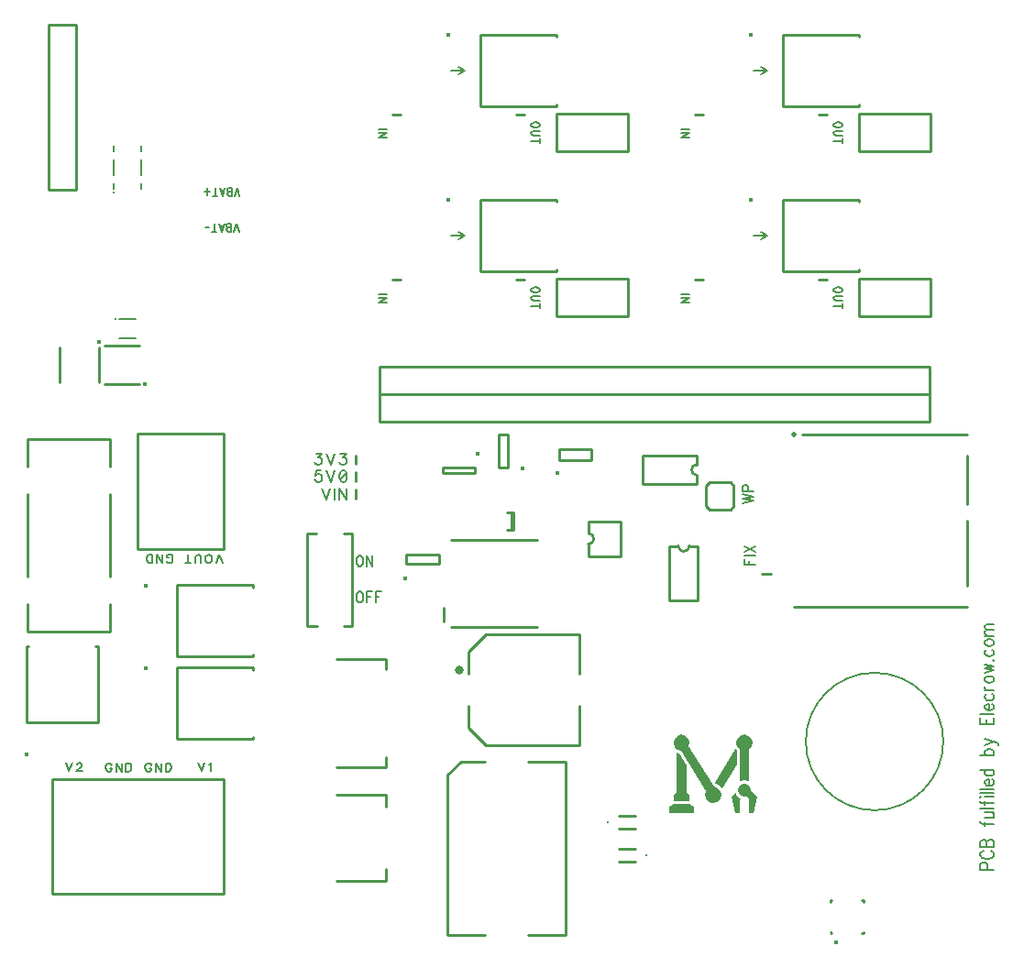
<source format=gto>
G04 DipTrace 3.0.0.1*
G04 panel.GTO*
%MOIN*%
G04 #@! TF.FileFunction,Legend,Top*
G04 #@! TF.Part,Single*
%ADD10C,0.009843*%
%ADD14C,0.008*%
%ADD16C,0.01*%
%ADD27C,0.031465*%
%ADD31C,0.009433*%
%ADD45C,0.015408*%
%ADD48C,0.015404*%
%ADD50C,0.01541*%
%ADD54C,0.015754*%
%ADD59C,0.015401*%
%ADD62C,0.015395*%
%ADD65C,0.015754*%
%ADD69C,0.01963*%
%ADD72C,0.015401*%
%ADD75C,0.007873*%
%ADD77C,0.007872*%
%ADD172C,0.006*%
%FSLAX26Y26*%
G04*
G70*
G90*
G75*
G01*
G04 TopSilk*
%LPD*%
X3323228Y1198130D2*
D14*
G02X3323228Y1198130I250000J0D01*
G01*
X2500994Y1588386D2*
D10*
Y1444672D1*
Y1588386D2*
X2160411D1*
X2500994Y1326587D2*
Y1182874D1*
X2160411D1*
X2095463Y1523423D2*
Y1444672D1*
Y1326587D2*
Y1247837D1*
Y1523423D2*
X2160411Y1588386D1*
X2095463Y1247837D2*
X2160411Y1182874D1*
D27*
X2062031Y1456493D3*
X2008244Y1686096D2*
D10*
Y1634954D1*
X2253692Y2029596D2*
Y1966667D1*
X2261140Y2029596D2*
Y1966667D1*
Y2029596D2*
X2237581D1*
X2261140Y1966667D2*
X2237581D1*
X1687550Y2144883D2*
Y2176379D1*
Y2207383D2*
Y2238879D1*
X2641727Y928002D2*
X2704718D1*
X2641727Y880759D2*
X2704718D1*
D31*
X2604719Y904381D3*
X2704729Y762009D2*
D10*
X2641738D1*
X2704729Y809251D2*
X2641738D1*
D31*
X2741737Y785630D3*
X3195369Y1808346D2*
D10*
X3163873D1*
X1687550Y2082383D2*
Y2113879D1*
X2918392Y2879394D2*
X2949888D1*
X3368392D2*
X3399888D1*
X1818392D2*
X1849888D1*
X2268392D2*
X2299888D1*
X2918392Y3479394D2*
X2949888D1*
X3368392D2*
X3399888D1*
X1818392D2*
X1849888D1*
X2268392D2*
X2299888D1*
X493759Y1699244D2*
Y1624204D1*
Y1599214D1*
X793709D1*
Y1674184D1*
Y1699244D2*
Y1674184D1*
Y1799204D2*
Y2099224D1*
X493759Y1799204D2*
Y2099224D1*
Y2199184D2*
Y2299214D1*
X793709D1*
Y2199184D1*
X1205530Y642954D2*
X581923D1*
Y1061722D1*
X1205530D1*
Y642954D1*
X893748Y2317972D2*
X1205530D1*
Y1899204D1*
X893748D1*
Y2317972D1*
X3777546Y2746076D2*
X3515735D1*
Y2879934D1*
X3777546D1*
Y2746076D1*
X2677546D2*
X2415735D1*
Y2879934D1*
X2677546D1*
Y2746076D1*
X3777546Y3346076D2*
X3515735D1*
Y3479934D1*
X3777546D1*
Y3346076D1*
X2677546D2*
X2415735D1*
Y3479934D1*
X2677546D1*
Y3346076D1*
X1772386Y2460632D2*
X3774071D1*
Y2360630D1*
X1772386D1*
Y2460632D1*
Y2560632D2*
X3774071D1*
Y2460630D1*
X1772386D1*
Y2560632D1*
X2960860Y2129333D2*
X2973360Y2141833D1*
X3048360D1*
X3060860Y2129333D1*
Y2054333D1*
X3048360Y2041833D2*
X3060860Y2054333D1*
X3048360Y2041833D2*
X2973360D1*
X2960860Y2054333D1*
Y2129333D1*
X2348182Y1930610D2*
X2033214D1*
X2348182Y1615650D2*
X2033214D1*
X1036766Y1466639D2*
Y1206797D1*
X1312355Y1466639D2*
X1036766D1*
X1312355D2*
Y1458774D1*
Y1206797D2*
X1036766D1*
X1312355D2*
Y1214662D1*
D45*
X921820Y1465706D3*
D48*
X2128992Y2245583D3*
X2119791Y2195441D2*
D10*
X2001686D1*
Y2175756D1*
X2119791D1*
Y2195441D1*
X1036766Y1766637D2*
Y1506795D1*
X1312355Y1766637D2*
X1036766D1*
X1312355D2*
Y1758772D1*
Y1506795D2*
X1036766D1*
X1312355D2*
Y1514660D1*
D45*
X921820Y1765704D3*
X488807Y1267244D2*
D10*
X748650D1*
X488807Y1542833D2*
Y1267244D1*
Y1542833D2*
X496673D1*
X748650D2*
Y1267244D1*
Y1542833D2*
X740784D1*
D50*
X489741Y1152298D3*
X3239673Y3167391D2*
D10*
Y2907549D1*
X3515262Y3167391D2*
X3239673D1*
X3515262D2*
Y3159526D1*
Y2907549D2*
X3239673D1*
X3515262D2*
Y2915414D1*
D45*
X3124727Y3166458D3*
X2139673Y3167391D2*
D10*
Y2907549D1*
X2415262Y3167391D2*
X2139673D1*
X2415262D2*
Y3159526D1*
Y2907549D2*
X2139673D1*
X2415262D2*
Y2915414D1*
D45*
X2024727Y3166458D3*
X3239673Y3767391D2*
D10*
Y3507549D1*
X3515262Y3767391D2*
X3239673D1*
X3515262D2*
Y3759526D1*
Y3507549D2*
X3239673D1*
X3515262D2*
Y3515414D1*
D45*
X3124727Y3766458D3*
X2139673Y3767391D2*
D10*
Y3507549D1*
X2415262Y3767391D2*
X2139673D1*
X2415262D2*
Y3759526D1*
Y3507549D2*
X2139673D1*
X2415262D2*
Y3515414D1*
D45*
X2024727Y3766458D3*
X752478Y2630462D2*
D10*
Y2504465D1*
X610741Y2630462D2*
Y2504465D1*
D54*
X752471Y2650138D3*
X900857Y2496592D2*
D10*
X774860D1*
X900857Y2638329D2*
X774860D1*
D54*
X920533Y2496600D3*
G36*
X2825850Y936230D2*
Y960230D1*
X2842850Y970230D1*
X2899850D1*
X2916850Y960230D1*
Y936230D1*
D1*
X2825850D1*
G37*
G36*
X2842850Y982230D2*
Y1004230D1*
X2853850Y1011230D1*
Y1157230D1*
X2861850Y1155230D1*
X2888850Y1112230D1*
Y1011230D1*
X2899850Y1004230D1*
Y982230D1*
X2842850D1*
G37*
G36*
X2868850Y1164230D2*
X2856850Y1168230D1*
X2845850Y1178230D1*
X2841850Y1193230D1*
X2845850Y1208230D1*
X2856850Y1219230D1*
X2870850Y1223230D1*
X2885850Y1219230D1*
X2896850Y1208230D1*
X2900850Y1193230D1*
X2897850Y1182230D1*
X2988850Y1034230D1*
X3000850Y1030230D1*
X3011850Y1019230D1*
X3015850Y1004230D1*
X3011850Y990230D1*
X3000850Y979230D1*
X2985850Y975230D1*
X2970850Y979230D1*
X2959850Y990230D1*
X2955850Y1005230D1*
X2958850Y1017230D1*
X2868850Y1164230D1*
G37*
G36*
X2991850Y1049230D2*
X2994850Y1044230D1*
X3007850Y1040230D1*
X3018850Y1027230D1*
X3071850Y1115230D1*
Y1166230D1*
X3065850Y1171230D1*
D1*
X2991850Y1049230D1*
G37*
G36*
X3082850Y1170230D2*
X3074850Y1178230D1*
X3069850Y1193230D1*
X3073850Y1208230D1*
X3084850Y1219230D1*
X3099850Y1223230D1*
X3114850Y1219230D1*
X3125850Y1208230D1*
X3129850Y1193230D1*
X3125850Y1179230D1*
X3116850Y1170230D1*
Y1053230D1*
X3099850Y1058230D1*
X3082850Y1053230D1*
Y1170230D1*
G37*
G36*
X3068850Y1010230D2*
X3069850Y1005230D1*
X3081850Y992230D1*
X3085850Y991230D1*
X3082850Y988230D1*
Y939230D1*
X3065850Y936230D1*
X3053850Y996230D1*
X3068850Y1010230D1*
G37*
G36*
X3079850Y1034230D2*
X3076850Y1022230D1*
X3079850Y1010230D1*
X3088850Y1001230D1*
X3099850Y998230D1*
X3105850Y1000230D1*
X3117850Y987230D1*
X3116850Y939230D1*
X3134850Y936230D1*
X3145850Y996230D1*
X3122850Y1019230D1*
X3123850Y1023230D1*
X3120850Y1033230D1*
X3111850Y1042230D1*
X3099850Y1045230D1*
X3087850Y1042230D1*
X3079850Y1034230D1*
G37*
D59*
X1865169Y1790851D3*
X1870431Y1844917D2*
D10*
X1988539D1*
X1870431Y1876407D2*
X1988539D1*
Y1844917D2*
Y1876407D1*
X1870431Y1844917D2*
Y1876407D1*
X2828339Y1909057D2*
Y1712203D1*
X2930716Y1909057D2*
Y1712203D1*
X2828339D2*
X2930716D1*
X2859833Y1909057D2*
X2828339D1*
X2899222D2*
X2930716D1*
X2859833D2*
G03X2899222Y1909057I19694J9D01*
G01*
D62*
X2293035Y2190039D3*
X2238969Y2195301D2*
D10*
Y2313409D1*
X2207479Y2195301D2*
Y2313409D1*
X2238969D2*
X2207479D1*
X2238969Y2195301D2*
X2207479D1*
X2927905Y2236818D2*
X2731051D1*
X2927905Y2134442D2*
X2731051D1*
Y2236818D2*
Y2134442D1*
X2927905Y2205324D2*
Y2236818D1*
Y2165935D2*
Y2134442D1*
Y2205324D2*
G03X2927905Y2165935I9J-19694D01*
G01*
X3418113Y501567D2*
X3414179Y505518D1*
X3532293Y501620D2*
X3528343D1*
X3532278Y501567D2*
Y505518D1*
X3532293Y619683D2*
X3528343D1*
X3532293D2*
X3532278Y615750D1*
X3414164Y619683D2*
X3418113D1*
X3414164D2*
X3414179Y615750D1*
D65*
X3433859Y466143D3*
X3309143Y2316057D2*
D10*
X3909521D1*
X3279663Y1686146D2*
X3909521D1*
Y2237302D2*
Y2060152D1*
Y2001101D2*
Y1764901D1*
D69*
X3279627Y2316057D3*
X2450364Y1125412D2*
D10*
Y495491D1*
X2021180D2*
X2157035D1*
X2314509D2*
X2450364D1*
X2021180Y1076215D2*
Y495491D1*
X2314509Y1125412D2*
X2450364D1*
X2157035D2*
X2068471D1*
X2021180Y1076215D2*
X2068471Y1125412D1*
X2532923Y1872646D2*
X2651033D1*
X2532923Y1998614D2*
X2651033D1*
Y1872646D2*
Y1998614D1*
X2532923Y1872646D2*
Y1915942D1*
Y1955318D2*
Y1998614D1*
Y1915942D2*
G03X2532923Y1955318I13J19688D01*
G01*
D72*
X2421413Y2176005D3*
X2426676Y2222202D2*
D10*
X2544783D1*
Y2261565D1*
X2426676D1*
Y2222202D1*
X805420Y3345268D2*
D14*
Y3364959D1*
X907785D2*
Y3345268D1*
X805420Y3207466D2*
Y3227157D1*
D75*
X805433Y3195665D3*
X907785Y3313765D2*
D14*
Y3258660D1*
X805420D2*
Y3313765D1*
X907785Y3227157D2*
Y3207466D1*
X825109Y2734148D2*
X888102D1*
X825109Y2663280D2*
X888102D1*
D77*
X813301Y2734144D3*
X1616978Y1498130D2*
D16*
X1798228D1*
Y1460630D2*
Y1498130D1*
X1616978Y1104381D2*
X1798228D1*
Y1141881D1*
Y960630D2*
Y1004379D1*
X1616978D1*
Y691881D2*
X1798228D1*
Y735630D1*
X1541978Y1954379D2*
X1510728D1*
Y1616879D1*
X1548228D1*
X1641979D2*
X1673228D1*
Y1954379D1*
X1641979D1*
X3134140Y3037465D2*
D14*
X3184140D1*
X3159140Y3024965D1*
X3184140Y3037465D2*
X3159140Y3049965D1*
X2034140Y3037465D2*
X2084140D1*
X2059140Y3024965D1*
X2084140Y3037465D2*
X2059140Y3049965D1*
X3134140Y3637465D2*
X3184140D1*
X3159140Y3624965D1*
X3184140Y3637465D2*
X3159140Y3649965D1*
X2034140Y3637465D2*
X2084140D1*
X2059140Y3624965D1*
X2084140Y3637465D2*
X2059140Y3649965D1*
X569109Y3804963D2*
D16*
X669110D1*
Y3204963D1*
X569109D1*
Y3804963D1*
X3092366Y2065995D2*
D14*
X3132558Y2073671D1*
X3092366Y2081311D1*
X3132558Y2088952D1*
X3092366Y2096627D1*
X3113413Y2109427D2*
Y2123223D1*
X3111512Y2127786D1*
X3109566Y2129342D1*
X3105764Y2130863D1*
X3100016D1*
X3096213Y2129342D1*
X3094268Y2127786D1*
X3092366Y2123223D1*
Y2109427D1*
X3132558D1*
X3984002Y732294D2*
Y749538D1*
X3981625Y755242D1*
X3979193Y757187D1*
X3974440Y759089D1*
X3967255D1*
X3962502Y757187D1*
X3960070Y755242D1*
X3957693Y749538D1*
Y732294D1*
X4007933D1*
X3969632Y800585D2*
X3964878Y798683D1*
X3960070Y794837D1*
X3957693Y791034D1*
Y783385D1*
X3960070Y779538D1*
X3964878Y775735D1*
X3969632Y773790D1*
X3976817Y771889D1*
X3988810D1*
X3995940Y773790D1*
X4000748Y775735D1*
X4005502Y779538D1*
X4007933Y783385D1*
Y791034D1*
X4005502Y794837D1*
X4000748Y798683D1*
X3995940Y800585D1*
X3957693Y813385D2*
X4007933D1*
Y830629D1*
X4005502Y836377D1*
X4003125Y838278D1*
X3998372Y840179D1*
X3991187D1*
X3986378Y838278D1*
X3984002Y836377D1*
X3981625Y830629D1*
X3979193Y836377D1*
X3976817Y838278D1*
X3972063Y840179D1*
X3967255D1*
X3962502Y838278D1*
X3960070Y836377D1*
X3957693Y830629D1*
Y813385D1*
X3981625D2*
Y830629D1*
X3957693Y907607D2*
Y903805D1*
X3960070Y899958D1*
X3967255Y898057D1*
X4007933D1*
X3974440Y892309D2*
Y905706D1*
Y920407D2*
X3998372D1*
X4005502Y922309D1*
X4007933Y926155D1*
Y931903D1*
X4005502Y935706D1*
X3998372Y941454D1*
X3974440D2*
X4007933D1*
X3957693Y954254D2*
X4007933D1*
X3957693Y982352D2*
Y978550D1*
X3960070Y974703D1*
X3967255Y972802D1*
X4007933D1*
X3974440Y967054D2*
Y980451D1*
X3957693Y995152D2*
X3960070Y997054D1*
X3957693Y998999D1*
X3955262Y997054D1*
X3957693Y995152D1*
X3974440Y997054D2*
X4007933D1*
X3957693Y1011799D2*
X4007933D1*
X3957693Y1024599D2*
X4007933D1*
X3988810Y1037399D2*
Y1060347D1*
X3984002D1*
X3979193Y1058446D1*
X3976817Y1056545D1*
X3974440Y1052698D1*
Y1046950D1*
X3976817Y1043147D1*
X3981625Y1039301D1*
X3988810Y1037399D1*
X3993563D1*
X4000748Y1039301D1*
X4005502Y1043147D1*
X4007933Y1046950D1*
Y1052698D1*
X4005502Y1056545D1*
X4000748Y1060347D1*
X3957693Y1096095D2*
X4007933D1*
X3981625D2*
X3976817Y1092293D1*
X3974440Y1088446D1*
Y1082698D1*
X3976817Y1078895D1*
X3981625Y1075048D1*
X3988810Y1073147D1*
X3993563D1*
X4000748Y1075048D1*
X4005502Y1078895D1*
X4007933Y1082698D1*
Y1088446D1*
X4005502Y1092293D1*
X4000748Y1096095D1*
X3957693Y1148224D2*
X4007933D1*
X3981625D2*
X3976817Y1152071D1*
X3974440Y1155874D1*
Y1161622D1*
X3976817Y1165424D1*
X3981625Y1169271D1*
X3988810Y1171172D1*
X3993563D1*
X4000748Y1169271D1*
X4005502Y1165424D1*
X4007933Y1161622D1*
Y1155874D1*
X4005502Y1152071D1*
X4000748Y1148224D1*
X3974440Y1185918D2*
X4007933Y1197370D1*
X4017495Y1193567D1*
X4022303Y1189720D1*
X4024680Y1185918D1*
Y1183972D1*
X3974440Y1208866D2*
X4007933Y1197370D1*
X3957693Y1285844D2*
Y1260995D1*
X4007933D1*
Y1285844D1*
X3981625Y1260995D2*
Y1276294D1*
X3957693Y1298644D2*
X4007933D1*
X3988810Y1311444D2*
Y1334392D1*
X3984002D1*
X3979193Y1332491D1*
X3976817Y1330590D1*
X3974440Y1326743D1*
Y1320995D1*
X3976817Y1317192D1*
X3981625Y1313346D1*
X3988810Y1311444D1*
X3993563D1*
X4000748Y1313346D1*
X4005502Y1317192D1*
X4007933Y1320995D1*
Y1326743D1*
X4005502Y1330590D1*
X4000748Y1334392D1*
X3981625Y1370184D2*
X3976817Y1366338D1*
X3974440Y1362491D1*
Y1356787D1*
X3976817Y1352940D1*
X3981625Y1349138D1*
X3988810Y1347192D1*
X3993563D1*
X4000748Y1349138D1*
X4005502Y1352940D1*
X4007933Y1356787D1*
Y1362491D1*
X4005502Y1366338D1*
X4000748Y1370184D1*
X3974440Y1382984D2*
X4007933D1*
X3988810D2*
X3981625Y1384930D1*
X3976817Y1388732D1*
X3974440Y1392579D1*
Y1398327D1*
Y1420678D2*
X3976817Y1416875D1*
X3981625Y1413028D1*
X3988810Y1411127D1*
X3993563D1*
X4000748Y1413028D1*
X4005502Y1416875D1*
X4007933Y1420678D1*
Y1426426D1*
X4005502Y1430273D1*
X4000748Y1434075D1*
X3993563Y1436021D1*
X3988810D1*
X3981625Y1434075D1*
X3976817Y1430273D1*
X3974440Y1426426D1*
Y1420678D1*
Y1448821D2*
X4007933Y1456470D1*
X3974440Y1464119D1*
X4007933Y1471768D1*
X3974440Y1479418D1*
X4003125Y1494119D2*
X4005557Y1492218D1*
X4007933Y1494119D1*
X4005557Y1496065D1*
X4003125Y1494119D1*
X3981625Y1531857D2*
X3976817Y1528010D1*
X3974440Y1524163D1*
Y1518459D1*
X3976817Y1514613D1*
X3981625Y1510810D1*
X3988810Y1508865D1*
X3993563D1*
X4000748Y1510810D1*
X4005502Y1514613D1*
X4007933Y1518459D1*
Y1524163D1*
X4005502Y1528010D1*
X4000748Y1531857D1*
X3974440Y1554207D2*
X3976817Y1550405D1*
X3981625Y1546558D1*
X3988810Y1544657D1*
X3993563D1*
X4000748Y1546558D1*
X4005502Y1550405D1*
X4007933Y1554207D1*
Y1559955D1*
X4005502Y1563802D1*
X4000748Y1567605D1*
X3993563Y1569550D1*
X3988810D1*
X3981625Y1567605D1*
X3976817Y1563802D1*
X3974440Y1559955D1*
Y1554207D1*
Y1582350D2*
X4007933D1*
X3984002D2*
X3976817Y1588098D1*
X3974440Y1591945D1*
Y1597649D1*
X3976817Y1601495D1*
X3984002Y1603397D1*
X4007933D1*
X3984002D2*
X3976817Y1609145D1*
X3974440Y1612991D1*
Y1618695D1*
X3976817Y1622542D1*
X3984002Y1624488D1*
X4007933D1*
X1541855Y2245327D2*
X1562857D1*
X1551405Y2230028D1*
X1557153D1*
X1560956Y2228127D1*
X1562857Y2226226D1*
X1564803Y2220478D1*
Y2216675D1*
X1562857Y2210927D1*
X1559055Y2207081D1*
X1553306Y2205179D1*
X1547558D1*
X1541855Y2207081D1*
X1539953Y2209026D1*
X1538008Y2212829D1*
X1580803Y2245371D2*
X1596101Y2205179D1*
X1611400Y2245371D1*
X1631247Y2245327D2*
X1652249D1*
X1640797Y2230028D1*
X1646545D1*
X1650348Y2228127D1*
X1652249Y2226226D1*
X1654194Y2220478D1*
Y2216675D1*
X1652249Y2210927D1*
X1648446Y2207081D1*
X1642698Y2205179D1*
X1636950D1*
X1631247Y2207081D1*
X1629345Y2209026D1*
X1627400Y2212829D1*
X1560956Y2182827D2*
X1541855D1*
X1539953Y2165627D1*
X1541855Y2167528D1*
X1547603Y2169474D1*
X1553306D1*
X1559055Y2167528D1*
X1562901Y2163726D1*
X1564803Y2157978D1*
Y2154175D1*
X1562901Y2148427D1*
X1559055Y2144581D1*
X1553306Y2142679D1*
X1547603D1*
X1541855Y2144581D1*
X1539953Y2146526D1*
X1538008Y2150329D1*
X1580803Y2182871D2*
X1596101Y2142679D1*
X1611400Y2182871D1*
X1638896Y2182827D2*
X1633148Y2180926D1*
X1629301Y2175178D1*
X1627400Y2165627D1*
Y2159879D1*
X1629301Y2150329D1*
X1633148Y2144581D1*
X1638896Y2142679D1*
X1642698D1*
X1648446Y2144581D1*
X1652249Y2150329D1*
X1654194Y2159879D1*
Y2165627D1*
X1652249Y2175178D1*
X1648446Y2180926D1*
X1642698Y2182827D1*
X1638896D1*
X1652249Y2175178D2*
X1629301Y2150329D1*
X1564008Y2118371D2*
X1579306Y2078179D1*
X1594605Y2118371D1*
X1610605D2*
Y2078179D1*
X1653400Y2118371D2*
Y2078179D1*
X1626605Y2118371D1*
Y2078179D1*
X1698205Y1874621D2*
X1695127Y1872719D1*
X1692085Y1868873D1*
X1690529Y1865070D1*
X1689008Y1859322D1*
Y1849727D1*
X1690529Y1844023D1*
X1692085Y1840177D1*
X1695127Y1836374D1*
X1698205Y1834429D1*
X1704324D1*
X1707366Y1836374D1*
X1710444Y1840177D1*
X1711965Y1844023D1*
X1713486Y1849727D1*
Y1859322D1*
X1711965Y1865070D1*
X1710444Y1868873D1*
X1707366Y1872719D1*
X1704324Y1874621D1*
X1698205D1*
X1747721D2*
Y1834429D1*
X1726286Y1874621D1*
Y1834429D1*
X1698205Y1743371D2*
X1695127Y1741470D1*
X1692085Y1737623D1*
X1690529Y1733821D1*
X1689008Y1728073D1*
Y1718478D1*
X1690529Y1712774D1*
X1692085Y1708927D1*
X1695127Y1705125D1*
X1698205Y1703179D1*
X1704324D1*
X1707366Y1705125D1*
X1710444Y1708927D1*
X1711965Y1712774D1*
X1713486Y1718478D1*
Y1728073D1*
X1711965Y1733821D1*
X1710444Y1737623D1*
X1707366Y1741470D1*
X1704324Y1743371D1*
X1698205D1*
X1746200D2*
X1726286D1*
Y1703179D1*
Y1724226D2*
X1738525D1*
X1778915Y1743371D2*
X1759000D1*
Y1703179D1*
Y1724226D2*
X1771239D1*
X3098616Y1860910D2*
Y1840995D1*
X3138808D1*
X3117761D2*
Y1853234D1*
X3098616Y1873710D2*
X3138808Y1873709D1*
X3098616Y1886510D2*
X3138808Y1907945D1*
X3098616D2*
X3138808Y1886509D1*
X632701Y1120614D2*
X644175Y1090470D1*
X655649Y1120614D1*
X673108Y1113418D2*
Y1114844D1*
X674534Y1117729D1*
X675960Y1119155D1*
X678845Y1120581D1*
X684582D1*
X687434Y1119155D1*
X688860Y1117729D1*
X690319Y1114844D1*
Y1111992D1*
X688860Y1109107D1*
X686008Y1104829D1*
X671649Y1090470D1*
X691745D1*
X799388Y1112037D2*
X797962Y1114889D1*
X795077Y1117774D1*
X792225Y1119200D1*
X786488D1*
X783603Y1117774D1*
X780751Y1114889D1*
X779292Y1112037D1*
X777866Y1107726D1*
Y1100530D1*
X779292Y1096252D1*
X780751Y1093367D1*
X783603Y1090515D1*
X786488Y1089056D1*
X792225D1*
X795077Y1090515D1*
X797962Y1093367D1*
X799388Y1096252D1*
Y1100530D1*
X792225D1*
X835484Y1119200D2*
Y1089056D1*
X815388Y1119200D1*
Y1089056D1*
X851484Y1119200D2*
Y1089056D1*
X861532D1*
X865843Y1090515D1*
X868728Y1093367D1*
X870154Y1096252D1*
X871580Y1100530D1*
Y1107726D1*
X870154Y1112037D1*
X868728Y1114889D1*
X865843Y1117774D1*
X861532Y1119200D1*
X851484D1*
X943137Y1112037D2*
X941711Y1114889D1*
X938826Y1117774D1*
X935975Y1119200D1*
X930238D1*
X927352Y1117774D1*
X924501Y1114889D1*
X923041Y1112037D1*
X921615Y1107726D1*
Y1100530D1*
X923041Y1096252D1*
X924501Y1093367D1*
X927352Y1090515D1*
X930238Y1089056D1*
X935975D1*
X938826Y1090515D1*
X941711Y1093367D1*
X943137Y1096252D1*
Y1100530D1*
X935975D1*
X979233Y1119200D2*
Y1089056D1*
X959137Y1119200D1*
Y1089056D1*
X995233Y1119200D2*
Y1089056D1*
X1005281D1*
X1009592Y1090515D1*
X1012478Y1093367D1*
X1013903Y1096252D1*
X1015329Y1100530D1*
Y1107726D1*
X1013903Y1112037D1*
X1012478Y1114889D1*
X1009592Y1117774D1*
X1005281Y1119200D1*
X995233D1*
X1114151Y1120414D2*
X1125625Y1090270D1*
X1137099Y1120414D1*
X1153099Y1114644D2*
X1155984Y1116103D1*
X1160295Y1120380D1*
Y1090270D1*
X1000057Y1855104D2*
X1001483Y1852252D1*
X1004368Y1849367D1*
X1007220Y1847941D1*
X1012957D1*
X1015842Y1849367D1*
X1018694Y1852252D1*
X1020153Y1855104D1*
X1021579Y1859415D1*
Y1866611D1*
X1020153Y1870889D1*
X1018694Y1873774D1*
X1015842Y1876626D1*
X1012957Y1878085D1*
X1007220D1*
X1004368Y1876626D1*
X1001483Y1873774D1*
X1000057Y1870889D1*
Y1866611D1*
X1007220D1*
X963961Y1847941D2*
Y1878085D1*
X984057Y1847941D1*
Y1878085D1*
X947961Y1847941D2*
Y1878085D1*
X937913D1*
X933602Y1876626D1*
X930717Y1873774D1*
X929291Y1870889D1*
X927865Y1866611D1*
Y1859415D1*
X929291Y1855104D1*
X930717Y1852252D1*
X933602Y1849367D1*
X937913Y1847941D1*
X947961D1*
X1202088Y1847202D2*
X1190614Y1877346D1*
X1179140Y1847202D1*
X1154518D2*
X1157403Y1848628D1*
X1160255Y1851513D1*
X1161714Y1854365D1*
X1163140Y1858676D1*
Y1865872D1*
X1161714Y1870150D1*
X1160255Y1873035D1*
X1157403Y1875887D1*
X1154518Y1877346D1*
X1148781D1*
X1145929Y1875887D1*
X1143044Y1873035D1*
X1141618Y1870150D1*
X1140192Y1865872D1*
Y1858676D1*
X1141618Y1854365D1*
X1143044Y1851513D1*
X1145929Y1848628D1*
X1148781Y1847202D1*
X1154518D1*
X1124192D2*
Y1868724D1*
X1122766Y1873035D1*
X1119881Y1875887D1*
X1115570Y1877346D1*
X1112718D1*
X1108407Y1875887D1*
X1105522Y1873035D1*
X1104096Y1868724D1*
Y1847202D1*
X1078048D2*
Y1877346D1*
X1088096Y1847202D2*
X1068000D1*
X2898803Y2824848D2*
X2868659D1*
X2898803Y2795971D2*
X2868659D1*
X2898803Y2812048D1*
X2868659D1*
X3455053Y2842950D2*
X3453627Y2845258D1*
X3450742Y2847540D1*
X3447890Y2848707D1*
X3443579Y2849848D1*
X3436383D1*
X3432105Y2848707D1*
X3429220Y2847540D1*
X3426368Y2845258D1*
X3424909Y2842950D1*
Y2838360D1*
X3426368Y2836079D1*
X3429220Y2833771D1*
X3432105Y2832630D1*
X3436383Y2831489D1*
X3443579D1*
X3447890Y2832630D1*
X3450742Y2833771D1*
X3453627Y2836079D1*
X3455053Y2838360D1*
Y2842950D1*
Y2818689D2*
X3433531D1*
X3429220Y2817549D1*
X3426368Y2815241D1*
X3424909Y2811792D1*
Y2809510D1*
X3426368Y2806061D1*
X3429220Y2803753D1*
X3433531Y2802613D1*
X3455053D1*
Y2781774D2*
X3424909D1*
X3455053Y2789813D2*
Y2773736D1*
X1798803Y2824848D2*
X1768659D1*
X1798803Y2795971D2*
X1768659D1*
X1798803Y2812048D1*
X1768659D1*
X2355053Y2842950D2*
X2353627Y2845258D1*
X2350742Y2847540D1*
X2347890Y2848707D1*
X2343579Y2849848D1*
X2336383D1*
X2332105Y2848707D1*
X2329220Y2847540D1*
X2326368Y2845258D1*
X2324909Y2842950D1*
Y2838360D1*
X2326368Y2836079D1*
X2329220Y2833771D1*
X2332105Y2832630D1*
X2336383Y2831489D1*
X2343579D1*
X2347890Y2832630D1*
X2350742Y2833771D1*
X2353627Y2836079D1*
X2355053Y2838360D1*
Y2842950D1*
Y2818689D2*
X2333531D1*
X2329220Y2817549D1*
X2326368Y2815241D1*
X2324909Y2811792D1*
Y2809510D1*
X2326368Y2806061D1*
X2329220Y2803753D1*
X2333531Y2802613D1*
X2355053D1*
Y2781774D2*
X2324909D1*
X2355053Y2789813D2*
Y2773736D1*
X2898803Y3424848D2*
X2868659D1*
X2898803Y3395971D2*
X2868659D1*
X2898803Y3412048D1*
X2868659D1*
X3455053Y3442950D2*
X3453627Y3445258D1*
X3450742Y3447540D1*
X3447890Y3448707D1*
X3443579Y3449848D1*
X3436383D1*
X3432105Y3448707D1*
X3429220Y3447540D1*
X3426368Y3445258D1*
X3424909Y3442950D1*
Y3438360D1*
X3426368Y3436079D1*
X3429220Y3433771D1*
X3432105Y3432630D1*
X3436383Y3431489D1*
X3443579D1*
X3447890Y3432630D1*
X3450742Y3433771D1*
X3453627Y3436079D1*
X3455053Y3438360D1*
Y3442950D1*
Y3418689D2*
X3433531D1*
X3429220Y3417549D1*
X3426368Y3415241D1*
X3424909Y3411792D1*
Y3409510D1*
X3426368Y3406061D1*
X3429220Y3403753D1*
X3433531Y3402613D1*
X3455053D1*
Y3381774D2*
X3424909D1*
X3455053Y3389813D2*
Y3373736D1*
X1798803Y3424848D2*
X1768659D1*
X1798803Y3395971D2*
X1768659D1*
X1798803Y3412048D1*
X1768659D1*
X2355053Y3442950D2*
X2353627Y3445258D1*
X2350742Y3447540D1*
X2347890Y3448707D1*
X2343579Y3449848D1*
X2336383D1*
X2332105Y3448707D1*
X2329220Y3447540D1*
X2326368Y3445258D1*
X2324909Y3442950D1*
Y3438360D1*
X2326368Y3436079D1*
X2329220Y3433771D1*
X2332105Y3432630D1*
X2336383Y3431489D1*
X2343579D1*
X2347890Y3432630D1*
X2350742Y3433771D1*
X2353627Y3436079D1*
X2355053Y3438360D1*
Y3442950D1*
Y3418689D2*
X2333531D1*
X2329220Y3417549D1*
X2326368Y3415241D1*
X2324909Y3411792D1*
Y3409510D1*
X2326368Y3406061D1*
X2329220Y3403753D1*
X2333531Y3402613D1*
X2355053D1*
Y3381774D2*
X2324909D1*
X2355053Y3389813D2*
Y3373736D1*
X1262223Y3052525D2*
D172*
X1253044Y3082669D1*
X1243865Y3052525D1*
X1234265D2*
Y3082669D1*
X1223918D1*
X1220469Y3081210D1*
X1219329Y3079784D1*
X1218188Y3076932D1*
Y3072621D1*
X1219329Y3069736D1*
X1220469Y3068310D1*
X1223918Y3066884D1*
X1220469Y3065425D1*
X1219329Y3063999D1*
X1218188Y3061147D1*
Y3058262D1*
X1219329Y3055410D1*
X1220469Y3053951D1*
X1223918Y3052525D1*
X1234265D1*
Y3066884D2*
X1223918D1*
X1190203Y3082669D2*
X1199409Y3052525D1*
X1208588Y3082669D1*
X1205139Y3072621D2*
X1193652D1*
X1172565Y3052525D2*
Y3082669D1*
X1180603Y3052525D2*
X1164526D1*
X1154926Y3067613D2*
X1141662D1*
X1264672Y3182477D2*
X1255493Y3212622D1*
X1246313Y3182477D1*
X1236713Y3182478D2*
X1236714Y3212621D1*
X1226367D1*
X1222918Y3211162D1*
X1221778Y3209736D1*
X1220637Y3206885D1*
Y3202573D1*
X1221778Y3199688D1*
X1222918Y3198262D1*
X1226367Y3196837D1*
X1222918Y3195377D1*
X1221778Y3193951D1*
X1220637Y3191100D1*
Y3188214D1*
X1221777Y3185363D1*
X1222918Y3183903D1*
X1226367Y3182478D1*
X1236713D1*
X1236714Y3196837D2*
X1226367D1*
X1192652Y3212621D2*
X1201858Y3182478D1*
X1211037Y3212621D1*
X1207588Y3202573D2*
X1196101D1*
X1175014Y3182477D2*
Y3212621D1*
X1183052Y3182477D2*
X1166975D1*
X1147055Y3184650D2*
Y3210483D1*
X1157375Y3197583D2*
X1136709D1*
M02*

</source>
